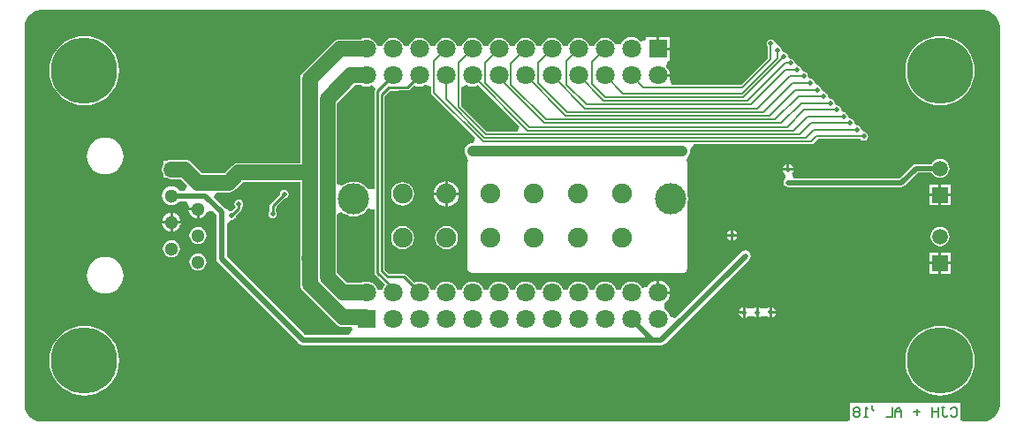
<source format=gbl>
G04*
G04 #@! TF.GenerationSoftware,Altium Limited,Altium Designer,18.0.11 (651)*
G04*
G04 Layer_Physical_Order=2*
G04 Layer_Color=16711680*
%FSLAX25Y25*%
%MOIN*%
G70*
G01*
G75*
%ADD13C,0.01000*%
%ADD16C,0.00700*%
%ADD35C,0.02000*%
%ADD36C,0.00800*%
%ADD37C,0.06000*%
%ADD38C,0.25000*%
%ADD39C,0.05118*%
%ADD40R,0.05118X0.05118*%
%ADD41C,0.07087*%
%ADD42R,0.07087X0.07087*%
%ADD43C,0.11811*%
%ADD44C,0.07480*%
%ADD45C,0.05906*%
%ADD46R,0.05906X0.05906*%
%ADD47C,0.02000*%
%ADD48C,0.03600*%
%ADD49C,0.04000*%
%ADD50C,0.04000*%
G36*
X179165Y77457D02*
X180412Y76941D01*
X181535Y76190D01*
X182490Y75236D01*
X183240Y74113D01*
X183756Y72865D01*
X184020Y71541D01*
Y70866D01*
Y-70866D01*
Y-71541D01*
X183756Y-72865D01*
X183240Y-74113D01*
X182490Y-75236D01*
X181535Y-76190D01*
X180412Y-76941D01*
X179165Y-77457D01*
X177840Y-77721D01*
X170910D01*
X169147Y-77147D01*
X169147Y-75721D01*
Y-70465D01*
X127477D01*
Y-75721D01*
X127477Y-77147D01*
X125714Y-77721D01*
X-177840D01*
X-179165Y-77457D01*
X-180412Y-76941D01*
X-181535Y-76190D01*
X-182490Y-75236D01*
X-183240Y-74113D01*
X-183756Y-72865D01*
X-184020Y-71541D01*
Y-70866D01*
Y70866D01*
Y71541D01*
X-183756Y72865D01*
X-183240Y74113D01*
X-182490Y75236D01*
X-181535Y76190D01*
X-180412Y76941D01*
X-179165Y77457D01*
X-177840Y77721D01*
X177840D01*
X179165Y77457D01*
D02*
G37*
%LPC*%
G36*
X45000Y67496D02*
X43814Y67340D01*
X42709Y66882D01*
X41760Y66154D01*
X41031Y65205D01*
X40866Y64805D01*
X38726Y64745D01*
X38619Y65003D01*
X37955Y65868D01*
X37089Y66533D01*
X36082Y66950D01*
X35000Y67092D01*
X33918Y66950D01*
X32910Y66533D01*
X32045Y65868D01*
X31381Y65003D01*
X31032Y64161D01*
X30617Y63995D01*
X29383D01*
X28968Y64161D01*
X28619Y65003D01*
X27955Y65868D01*
X27090Y66533D01*
X26082Y66950D01*
X25000Y67092D01*
X23918Y66950D01*
X22910Y66533D01*
X22045Y65868D01*
X21381Y65003D01*
X21032Y64161D01*
X20617Y63995D01*
X19383D01*
X18968Y64161D01*
X18619Y65003D01*
X17955Y65868D01*
X17089Y66533D01*
X16082Y66950D01*
X15000Y67092D01*
X13918Y66950D01*
X12911Y66533D01*
X12045Y65868D01*
X11381Y65003D01*
X11032Y64161D01*
X10617Y63995D01*
X9383D01*
X8968Y64161D01*
X8619Y65003D01*
X7955Y65868D01*
X7090Y66533D01*
X6082Y66950D01*
X5000Y67092D01*
X3918Y66950D01*
X2911Y66533D01*
X2045Y65868D01*
X1381Y65003D01*
X1032Y64161D01*
X617Y63995D01*
X-617D01*
X-1032Y64161D01*
X-1381Y65003D01*
X-2045Y65868D01*
X-2911Y66533D01*
X-3918Y66950D01*
X-5000Y67092D01*
X-6082Y66950D01*
X-7090Y66533D01*
X-7955Y65868D01*
X-8619Y65003D01*
X-8968Y64161D01*
X-9383Y63995D01*
X-10617D01*
X-11032Y64161D01*
X-11381Y65003D01*
X-12045Y65868D01*
X-12911Y66533D01*
X-13918Y66950D01*
X-15000Y67092D01*
X-16082Y66950D01*
X-17089Y66533D01*
X-17955Y65868D01*
X-18619Y65003D01*
X-18968Y64161D01*
X-19383Y63995D01*
X-20617D01*
X-21032Y64161D01*
X-21381Y65003D01*
X-22045Y65868D01*
X-22910Y66533D01*
X-23918Y66950D01*
X-25000Y67092D01*
X-26082Y66950D01*
X-27090Y66533D01*
X-27955Y65868D01*
X-28619Y65003D01*
X-28968Y64161D01*
X-29383Y63995D01*
X-30617D01*
X-31032Y64161D01*
X-31381Y65003D01*
X-32045Y65868D01*
X-32910Y66533D01*
X-33918Y66950D01*
X-35000Y67092D01*
X-36082Y66950D01*
X-37089Y66533D01*
X-37955Y65868D01*
X-38619Y65003D01*
X-38968Y64161D01*
X-39383Y63995D01*
X-40617D01*
X-41032Y64161D01*
X-41381Y65003D01*
X-42045Y65868D01*
X-42911Y66533D01*
X-43918Y66950D01*
X-45000Y67092D01*
X-46082Y66950D01*
X-47089Y66533D01*
X-47955Y65868D01*
X-48619Y65003D01*
X-48968Y64161D01*
X-49383Y63995D01*
X-50617D01*
X-51032Y64161D01*
X-51381Y65003D01*
X-52045Y65868D01*
X-52911Y66533D01*
X-53918Y66950D01*
X-55000Y67092D01*
X-56082Y66950D01*
X-57061Y66544D01*
X-64953D01*
X-65892Y66421D01*
X-66768Y66058D01*
X-67520Y65481D01*
X-78865Y54136D01*
X-79442Y53384D01*
X-79805Y52509D01*
X-79928Y51569D01*
Y19886D01*
X-103138D01*
X-104078Y19762D01*
X-104953Y19399D01*
X-105705Y18822D01*
X-108401Y16127D01*
X-117039D01*
X-120976Y20064D01*
X-121728Y20641D01*
X-122603Y21003D01*
X-123543Y21127D01*
X-128543D01*
X-129483Y21003D01*
X-130324Y20655D01*
X-131702D01*
Y19277D01*
X-132051Y18436D01*
X-132174Y17496D01*
X-132051Y16556D01*
X-131702Y15715D01*
Y14337D01*
X-130324D01*
X-129483Y13989D01*
X-128543Y13865D01*
X-125047D01*
X-122718Y11535D01*
X-123546Y9535D01*
X-125622D01*
X-126005Y10034D01*
X-126748Y10605D01*
X-127614Y10964D01*
X-128543Y11086D01*
X-129472Y10964D01*
X-130338Y10605D01*
X-131082Y10034D01*
X-131652Y9291D01*
X-132011Y8425D01*
X-132133Y7496D01*
X-132011Y6567D01*
X-131652Y5701D01*
X-131082Y4958D01*
X-130338Y4387D01*
X-129472Y4029D01*
X-128543Y3906D01*
X-127614Y4029D01*
X-126748Y4387D01*
X-126005Y4958D01*
X-125622Y5457D01*
X-123253D01*
X-122997Y5270D01*
X-121998Y3457D01*
X-122011Y3425D01*
X-122067Y2996D01*
X-118543D01*
Y2496D01*
X-118043D01*
Y-1028D01*
X-117614Y-971D01*
X-116748Y-613D01*
X-116005Y-42D01*
X-115435Y701D01*
X-115214Y1234D01*
X-114090Y1711D01*
X-113019Y1868D01*
X-111653Y501D01*
Y-16252D01*
X-111497Y-17033D01*
X-111056Y-17694D01*
X-80444Y-48306D01*
X-79782Y-48748D01*
X-79002Y-48903D01*
X56271D01*
X57051Y-48748D01*
X57713Y-48306D01*
X89442Y-16577D01*
X89884Y-15915D01*
X90039Y-15135D01*
X89884Y-14354D01*
X89442Y-13693D01*
X88780Y-13251D01*
X88000Y-13095D01*
X87220Y-13251D01*
X86558Y-13693D01*
X61562Y-38689D01*
X59450Y-37972D01*
X59426Y-37790D01*
X58969Y-36685D01*
X58240Y-35736D01*
X57377Y-35074D01*
X57291Y-34500D01*
Y-33453D01*
X57377Y-32879D01*
X58240Y-32217D01*
X58969Y-31268D01*
X59426Y-30162D01*
X59517Y-29476D01*
X55000D01*
Y-28976D01*
X54500D01*
Y-24460D01*
X53814Y-24550D01*
X52709Y-25008D01*
X51760Y-25736D01*
X51031Y-26685D01*
X50866Y-27085D01*
X48726Y-27145D01*
X48619Y-26887D01*
X47955Y-26021D01*
X47089Y-25357D01*
X46082Y-24940D01*
X45000Y-24797D01*
X43918Y-24940D01*
X42911Y-25357D01*
X42045Y-26021D01*
X41381Y-26887D01*
X41032Y-27729D01*
X40617Y-27895D01*
X39383D01*
X38968Y-27729D01*
X38619Y-26887D01*
X37955Y-26021D01*
X37089Y-25357D01*
X36082Y-24940D01*
X35000Y-24797D01*
X33918Y-24940D01*
X32910Y-25357D01*
X32045Y-26021D01*
X31381Y-26887D01*
X31032Y-27729D01*
X30617Y-27895D01*
X29383D01*
X28968Y-27729D01*
X28619Y-26887D01*
X27955Y-26021D01*
X27090Y-25357D01*
X26082Y-24940D01*
X25000Y-24797D01*
X23918Y-24940D01*
X22910Y-25357D01*
X22045Y-26021D01*
X21381Y-26887D01*
X21032Y-27729D01*
X20617Y-27895D01*
X19383D01*
X18968Y-27729D01*
X18619Y-26887D01*
X17955Y-26021D01*
X17089Y-25357D01*
X16082Y-24940D01*
X15000Y-24797D01*
X13918Y-24940D01*
X12911Y-25357D01*
X12045Y-26021D01*
X11381Y-26887D01*
X11032Y-27729D01*
X10617Y-27895D01*
X9383D01*
X8968Y-27729D01*
X8619Y-26887D01*
X7955Y-26021D01*
X7090Y-25357D01*
X6082Y-24940D01*
X5000Y-24797D01*
X3918Y-24940D01*
X2911Y-25357D01*
X2045Y-26021D01*
X1381Y-26887D01*
X1032Y-27729D01*
X617Y-27895D01*
X-617D01*
X-1032Y-27729D01*
X-1381Y-26887D01*
X-2045Y-26021D01*
X-2911Y-25357D01*
X-3918Y-24940D01*
X-5000Y-24797D01*
X-6082Y-24940D01*
X-7090Y-25357D01*
X-7955Y-26021D01*
X-8619Y-26887D01*
X-8968Y-27729D01*
X-9383Y-27895D01*
X-10617D01*
X-11032Y-27729D01*
X-11381Y-26887D01*
X-12045Y-26021D01*
X-12911Y-25357D01*
X-13918Y-24940D01*
X-15000Y-24797D01*
X-16082Y-24940D01*
X-17089Y-25357D01*
X-17955Y-26021D01*
X-18619Y-26887D01*
X-18968Y-27729D01*
X-19383Y-27895D01*
X-20617D01*
X-21032Y-27729D01*
X-21381Y-26887D01*
X-22045Y-26021D01*
X-22910Y-25357D01*
X-23918Y-24940D01*
X-25000Y-24797D01*
X-26082Y-24940D01*
X-27090Y-25357D01*
X-27955Y-26021D01*
X-28619Y-26887D01*
X-28968Y-27729D01*
X-29383Y-27895D01*
X-30617D01*
X-31032Y-27729D01*
X-31381Y-26887D01*
X-32045Y-26021D01*
X-32910Y-25357D01*
X-33918Y-24940D01*
X-35000Y-24797D01*
X-36082Y-24940D01*
X-37050Y-25341D01*
X-40092Y-22298D01*
X-40456Y-22055D01*
X-40885Y-21970D01*
X-40885Y-21970D01*
X-46572D01*
X-48103Y-20439D01*
Y45111D01*
X-46066Y47148D01*
X-43077D01*
X-43077Y47148D01*
X-42677Y47228D01*
X-39564D01*
X-39564Y47228D01*
X-39135Y47313D01*
X-38771Y47556D01*
X-37050Y49278D01*
X-36082Y48877D01*
X-35000Y48734D01*
X-33918Y48877D01*
X-32910Y49294D01*
X-32614Y49522D01*
X-30786Y48808D01*
X-30614Y48651D01*
Y46527D01*
X-30537Y46137D01*
X-30316Y45807D01*
X-13792Y29283D01*
X-14558Y27435D01*
X-14921D01*
X-15704Y27332D01*
X-16434Y27030D01*
X-17061Y26549D01*
X-17542Y25922D01*
X-17844Y25193D01*
X-17947Y24409D01*
X-17844Y23626D01*
X-17542Y22896D01*
X-17061Y22270D01*
X-16589Y20800D01*
X-16889Y20077D01*
Y19686D01*
Y-19686D01*
Y-20077D01*
X-16589Y-20801D01*
X-16036Y-21354D01*
X-15313Y-21654D01*
X64565D01*
X65288Y-21354D01*
X65842Y-20800D01*
X66142Y-20077D01*
Y-19685D01*
Y4654D01*
X66254Y5024D01*
X66379Y6299D01*
X66254Y7575D01*
X66142Y7944D01*
Y20077D01*
X65901Y20983D01*
X66313Y22270D01*
X66794Y22896D01*
X67096Y23626D01*
X67199Y24409D01*
X67134Y24907D01*
X67350Y25520D01*
X68405Y26884D01*
X68443Y26907D01*
X112915D01*
X113305Y26984D01*
X113636Y27206D01*
X115349Y28918D01*
X131416D01*
X131505Y28784D01*
X131505Y28784D01*
X131879Y28535D01*
X132034Y28431D01*
X132034Y28431D01*
X132659Y28306D01*
X133283Y28431D01*
X133283D01*
X133812Y28784D01*
X133812Y28784D01*
X134166Y29313D01*
X134275Y29862D01*
X134280Y29889D01*
D01*
X134290Y29938D01*
X134270Y30039D01*
X134166Y30562D01*
X133812Y31091D01*
X133439Y31341D01*
X133283Y31445D01*
X133283Y31445D01*
X133283D01*
X131705Y32527D01*
X131524Y33121D01*
X131170Y33650D01*
X130797Y33900D01*
X130641Y34004D01*
X130641D01*
X129981Y34164D01*
X129170Y35001D01*
X129026Y35645D01*
X128673Y36175D01*
X128299Y36424D01*
X128143Y36528D01*
X128143Y36528D01*
X127519Y36652D01*
X126699Y37359D01*
X126547Y38008D01*
X126193Y38537D01*
X125820Y38787D01*
X125664Y38891D01*
X125664D01*
X124970Y39090D01*
X124170Y39959D01*
X124020Y40612D01*
X123666Y41141D01*
X123293Y41390D01*
X123137Y41495D01*
X123137D01*
X122472Y41660D01*
X121661Y42501D01*
X121515Y43148D01*
X121161Y43677D01*
X120788Y43927D01*
X120632Y44031D01*
X120632D01*
X119972Y44189D01*
X119126Y45007D01*
X118947Y45684D01*
X118593Y46214D01*
X118220Y46463D01*
X118064Y46567D01*
X118064Y46567D01*
X117726Y46635D01*
X116506Y48062D01*
X116506Y48062D01*
X116152Y48592D01*
X115779Y48841D01*
X115623Y48945D01*
X115623Y48945D01*
X114127Y50103D01*
X114001Y50694D01*
X113647Y51223D01*
X113274Y51473D01*
X113118Y51577D01*
X113118D01*
X112376Y51844D01*
X111606Y52776D01*
X111472Y53382D01*
X111465Y53420D01*
X111111Y53949D01*
X110738Y54199D01*
X110582Y54303D01*
X110582Y54303D01*
X109958Y54427D01*
X109181Y54931D01*
X109023Y55576D01*
X109023Y55576D01*
X109023Y55576D01*
X108670Y56105D01*
Y56106D01*
X108141Y56459D01*
X106645Y57617D01*
X106519Y58208D01*
X106165Y58737D01*
X105792Y58987D01*
X105636Y59091D01*
X105636Y59091D01*
X105012Y59215D01*
X104175Y59961D01*
X104014Y60617D01*
Y60617D01*
X103661Y61146D01*
X103131Y61500D01*
X102469Y61663D01*
X101645Y62495D01*
X101488Y63152D01*
Y63152D01*
X101135Y63681D01*
X100605Y64035D01*
X100296Y64096D01*
X99082Y65558D01*
X98729Y66087D01*
X98199Y66441D01*
X98199Y66441D01*
X97759Y66528D01*
X97575Y66565D01*
X97527Y66555D01*
X97527Y66555D01*
X97520Y66554D01*
X96951Y66441D01*
X96422Y66087D01*
X96172Y65714D01*
X96068Y65558D01*
X96068Y65558D01*
X96031Y65374D01*
X95944Y64934D01*
X96068Y64309D01*
X96422Y63780D01*
X96422Y63780D01*
X96556Y63691D01*
Y59443D01*
X86502Y49390D01*
X60544D01*
X60211Y49650D01*
X59286Y51390D01*
X59426Y51727D01*
X59517Y52413D01*
X55000D01*
Y53413D01*
X59517D01*
X59426Y54099D01*
X58969Y55205D01*
X58240Y56154D01*
X57958Y56370D01*
X58637Y58370D01*
X59543D01*
Y62413D01*
X55000D01*
Y62913D01*
X54500D01*
Y67457D01*
X50457D01*
Y66551D01*
X48457Y65872D01*
X48240Y66154D01*
X47291Y66882D01*
X46186Y67340D01*
X45000Y67496D01*
D02*
G37*
G36*
X59543Y67457D02*
X55500D01*
Y63413D01*
X59543D01*
Y67457D01*
D02*
G37*
G36*
X161417Y67865D02*
X159362Y67703D01*
X157357Y67222D01*
X155452Y66433D01*
X153693Y65355D01*
X152126Y64016D01*
X150786Y62448D01*
X149709Y60690D01*
X148920Y58785D01*
X148439Y56780D01*
X148277Y54724D01*
X148439Y52669D01*
X148920Y50664D01*
X149709Y48759D01*
X150786Y47001D01*
X152126Y45433D01*
X153693Y44093D01*
X155452Y43016D01*
X157357Y42227D01*
X159362Y41746D01*
X161417Y41584D01*
X163473Y41746D01*
X165478Y42227D01*
X167383Y43016D01*
X169141Y44093D01*
X170709Y45433D01*
X172048Y47001D01*
X173126Y48759D01*
X173915Y50664D01*
X174396Y52669D01*
X174558Y54724D01*
X174396Y56780D01*
X173915Y58785D01*
X173126Y60690D01*
X172048Y62448D01*
X170709Y64016D01*
X169141Y65355D01*
X167383Y66433D01*
X165478Y67222D01*
X163473Y67703D01*
X161417Y67865D01*
D02*
G37*
G36*
X-161417D02*
X-163473Y67703D01*
X-165478Y67222D01*
X-167383Y66433D01*
X-169141Y65355D01*
X-170709Y64016D01*
X-172048Y62448D01*
X-173126Y60690D01*
X-173915Y58785D01*
X-174396Y56780D01*
X-174558Y54724D01*
X-174396Y52669D01*
X-173915Y50664D01*
X-173126Y48759D01*
X-172048Y47001D01*
X-170709Y45433D01*
X-169141Y44093D01*
X-167383Y43016D01*
X-165478Y42227D01*
X-163473Y41746D01*
X-161417Y41584D01*
X-159362Y41746D01*
X-157357Y42227D01*
X-155452Y43016D01*
X-153693Y44093D01*
X-152126Y45433D01*
X-150786Y47001D01*
X-149709Y48759D01*
X-148920Y50664D01*
X-148439Y52669D01*
X-148277Y54724D01*
X-148439Y56780D01*
X-148920Y58785D01*
X-149709Y60690D01*
X-150786Y62448D01*
X-152126Y64016D01*
X-153693Y65355D01*
X-155452Y66433D01*
X-157357Y67222D01*
X-159362Y67703D01*
X-161417Y67865D01*
D02*
G37*
G36*
X104587Y19440D02*
Y18000D01*
X106027D01*
X105971Y18280D01*
X105529Y18942D01*
X104868Y19384D01*
X104587Y19440D01*
D02*
G37*
G36*
X103587D02*
X103307Y19384D01*
X102645Y18942D01*
X102203Y18280D01*
X102148Y18000D01*
X103587D01*
Y19440D01*
D02*
G37*
G36*
X-153543Y29436D02*
X-154896Y29303D01*
X-156196Y28909D01*
X-157395Y28268D01*
X-158445Y27406D01*
X-159308Y26355D01*
X-159948Y25157D01*
X-160343Y23856D01*
X-160476Y22504D01*
X-160343Y21151D01*
X-159948Y19851D01*
X-159308Y18652D01*
X-158445Y17602D01*
X-157395Y16740D01*
X-156196Y16099D01*
X-154896Y15705D01*
X-153543Y15571D01*
X-152191Y15705D01*
X-150890Y16099D01*
X-149692Y16740D01*
X-148641Y17602D01*
X-147779Y18652D01*
X-147138Y19851D01*
X-146744Y21151D01*
X-146611Y22504D01*
X-146744Y23856D01*
X-147138Y25157D01*
X-147779Y26355D01*
X-148641Y27406D01*
X-149692Y28268D01*
X-150890Y28909D01*
X-152191Y29303D01*
X-153543Y29436D01*
D02*
G37*
G36*
X161417Y21457D02*
X160490Y21335D01*
X159626Y20977D01*
X158884Y20408D01*
X158314Y19666D01*
X158248Y19505D01*
X152309D01*
X151684Y19381D01*
X151155Y19028D01*
X146259Y14131D01*
X106246D01*
X105664Y15696D01*
X105578Y16131D01*
X105971Y16720D01*
X106027Y17000D01*
X102148D01*
X102203Y16720D01*
X102645Y16058D01*
X102922Y15874D01*
X103037Y15471D01*
X103077Y14436D01*
X102925Y13654D01*
X102572Y13124D01*
X102447Y12500D01*
X102572Y11876D01*
X102925Y11347D01*
X103454Y10993D01*
X104079Y10869D01*
X146935D01*
X147559Y10993D01*
X148088Y11347D01*
X152984Y16243D01*
X158248D01*
X158314Y16082D01*
X158884Y15340D01*
X159626Y14771D01*
X160490Y14413D01*
X161417Y14291D01*
X162345Y14413D01*
X163209Y14771D01*
X163951Y15340D01*
X164521Y16082D01*
X164879Y16947D01*
X165001Y17874D01*
X164879Y18801D01*
X164521Y19666D01*
X163951Y20408D01*
X163209Y20977D01*
X162345Y21335D01*
X161417Y21457D01*
D02*
G37*
G36*
X-24303Y12983D02*
Y8768D01*
X-20088D01*
X-20185Y9505D01*
X-20663Y10658D01*
X-21422Y11648D01*
X-22413Y12408D01*
X-23566Y12886D01*
X-24303Y12983D01*
D02*
G37*
G36*
X-25303D02*
X-26041Y12886D01*
X-27194Y12408D01*
X-28184Y11648D01*
X-28944Y10658D01*
X-29421Y9505D01*
X-29518Y8768D01*
X-25303D01*
Y12983D01*
D02*
G37*
G36*
X165370Y11827D02*
X161917D01*
Y8374D01*
X165370D01*
Y11827D01*
D02*
G37*
G36*
X160917D02*
X157465D01*
Y8374D01*
X160917D01*
Y11827D01*
D02*
G37*
G36*
X165370Y7374D02*
X161917D01*
Y3921D01*
X165370D01*
Y7374D01*
D02*
G37*
G36*
X160917D02*
X157465D01*
Y3921D01*
X160917D01*
Y7374D01*
D02*
G37*
G36*
X-41339Y12645D02*
X-42472Y12496D01*
X-43527Y12059D01*
X-44434Y11363D01*
X-45130Y10457D01*
X-45567Y9401D01*
X-45716Y8268D01*
X-45567Y7135D01*
X-45130Y6079D01*
X-44434Y5172D01*
X-43527Y4477D01*
X-42472Y4039D01*
X-41339Y3890D01*
X-40206Y4039D01*
X-39150Y4477D01*
X-38243Y5172D01*
X-37547Y6079D01*
X-37110Y7135D01*
X-36961Y8268D01*
X-37110Y9401D01*
X-37547Y10457D01*
X-38243Y11363D01*
X-39150Y12059D01*
X-40206Y12496D01*
X-41339Y12645D01*
D02*
G37*
G36*
X-20088Y7768D02*
X-24303D01*
Y3553D01*
X-23566Y3650D01*
X-22413Y4127D01*
X-21422Y4887D01*
X-20663Y5877D01*
X-20185Y7030D01*
X-20088Y7768D01*
D02*
G37*
G36*
X-25303D02*
X-29518D01*
X-29421Y7030D01*
X-28944Y5877D01*
X-28184Y4887D01*
X-27194Y4127D01*
X-26041Y3650D01*
X-25303Y3553D01*
Y7768D01*
D02*
G37*
G36*
X-119043Y1996D02*
X-122067D01*
X-122011Y1567D01*
X-121652Y701D01*
X-121082Y-42D01*
X-120338Y-613D01*
X-119472Y-971D01*
X-119043Y-1028D01*
Y1996D01*
D02*
G37*
G36*
X-128043Y1020D02*
Y-2004D01*
X-125019D01*
X-125076Y-1575D01*
X-125435Y-709D01*
X-126005Y34D01*
X-126748Y605D01*
X-127614Y963D01*
X-128043Y1020D01*
D02*
G37*
G36*
X-129043D02*
X-129472Y963D01*
X-130338Y605D01*
X-131082Y34D01*
X-131652Y-709D01*
X-132011Y-1575D01*
X-132067Y-2004D01*
X-129043D01*
Y1020D01*
D02*
G37*
G36*
Y-3004D02*
X-132067D01*
X-132011Y-3433D01*
X-131652Y-4299D01*
X-131082Y-5042D01*
X-130338Y-5613D01*
X-129472Y-5971D01*
X-129043Y-6028D01*
Y-3004D01*
D02*
G37*
G36*
X-125019D02*
X-128043D01*
Y-6028D01*
X-127614Y-5971D01*
X-126748Y-5613D01*
X-126005Y-5042D01*
X-125435Y-4299D01*
X-125076Y-3433D01*
X-125019Y-3004D01*
D02*
G37*
G36*
X83500Y-5465D02*
Y-6904D01*
X84940D01*
X84884Y-6624D01*
X84442Y-5962D01*
X83780Y-5520D01*
X83500Y-5465D01*
D02*
G37*
G36*
X82500D02*
X82220Y-5520D01*
X81558Y-5962D01*
X81116Y-6624D01*
X81060Y-6904D01*
X82500D01*
Y-5465D01*
D02*
G37*
G36*
X84940Y-7904D02*
X83500D01*
Y-9344D01*
X83780Y-9288D01*
X84442Y-8846D01*
X84884Y-8185D01*
X84940Y-7904D01*
D02*
G37*
G36*
X82500D02*
X81060D01*
X81116Y-8185D01*
X81558Y-8846D01*
X82220Y-9288D01*
X82500Y-9344D01*
Y-7904D01*
D02*
G37*
G36*
X-118543Y-4318D02*
X-119368Y-4426D01*
X-120136Y-4744D01*
X-120796Y-5251D01*
X-121303Y-5911D01*
X-121621Y-6679D01*
X-121730Y-7504D01*
X-121621Y-8329D01*
X-121303Y-9097D01*
X-120796Y-9757D01*
X-120136Y-10263D01*
X-119368Y-10582D01*
X-118543Y-10690D01*
X-117719Y-10582D01*
X-116950Y-10263D01*
X-116290Y-9757D01*
X-115784Y-9097D01*
X-115466Y-8329D01*
X-115357Y-7504D01*
X-115466Y-6679D01*
X-115784Y-5911D01*
X-116290Y-5251D01*
X-116950Y-4744D01*
X-117719Y-4426D01*
X-118543Y-4318D01*
D02*
G37*
G36*
X161417Y-4291D02*
X160490Y-4413D01*
X159626Y-4771D01*
X158884Y-5340D01*
X158314Y-6082D01*
X157956Y-6947D01*
X157834Y-7874D01*
X157956Y-8801D01*
X158314Y-9666D01*
X158884Y-10408D01*
X159626Y-10977D01*
X160490Y-11335D01*
X161417Y-11457D01*
X162345Y-11335D01*
X163209Y-10977D01*
X163951Y-10408D01*
X164521Y-9666D01*
X164879Y-8801D01*
X165001Y-7874D01*
X164879Y-6947D01*
X164521Y-6082D01*
X163951Y-5340D01*
X163209Y-4771D01*
X162345Y-4413D01*
X161417Y-4291D01*
D02*
G37*
G36*
X-24803Y-3890D02*
X-25936Y-4039D01*
X-26992Y-4477D01*
X-27899Y-5172D01*
X-28594Y-6079D01*
X-29032Y-7135D01*
X-29181Y-8268D01*
X-29032Y-9401D01*
X-28594Y-10457D01*
X-27899Y-11363D01*
X-26992Y-12059D01*
X-25936Y-12496D01*
X-24803Y-12645D01*
X-23670Y-12496D01*
X-22614Y-12059D01*
X-21708Y-11363D01*
X-21012Y-10457D01*
X-20575Y-9401D01*
X-20426Y-8268D01*
X-20575Y-7135D01*
X-21012Y-6079D01*
X-21708Y-5172D01*
X-22614Y-4477D01*
X-23670Y-4039D01*
X-24803Y-3890D01*
D02*
G37*
G36*
X-41339D02*
X-42472Y-4039D01*
X-43527Y-4477D01*
X-44434Y-5172D01*
X-45130Y-6079D01*
X-45567Y-7135D01*
X-45716Y-8268D01*
X-45567Y-9401D01*
X-45130Y-10457D01*
X-44434Y-11363D01*
X-43527Y-12059D01*
X-42472Y-12496D01*
X-41339Y-12645D01*
X-40206Y-12496D01*
X-39150Y-12059D01*
X-38243Y-11363D01*
X-37547Y-10457D01*
X-37110Y-9401D01*
X-36961Y-8268D01*
X-37110Y-7135D01*
X-37547Y-6079D01*
X-38243Y-5172D01*
X-39150Y-4477D01*
X-40206Y-4039D01*
X-41339Y-3890D01*
D02*
G37*
G36*
X-128543Y-9318D02*
X-129368Y-9426D01*
X-130137Y-9745D01*
X-130796Y-10251D01*
X-131303Y-10911D01*
X-131621Y-11679D01*
X-131730Y-12504D01*
X-131621Y-13329D01*
X-131303Y-14097D01*
X-130796Y-14757D01*
X-130137Y-15263D01*
X-129368Y-15582D01*
X-128543Y-15690D01*
X-127719Y-15582D01*
X-126950Y-15263D01*
X-126290Y-14757D01*
X-125784Y-14097D01*
X-125466Y-13329D01*
X-125357Y-12504D01*
X-125466Y-11679D01*
X-125784Y-10911D01*
X-126290Y-10251D01*
X-126950Y-9745D01*
X-127719Y-9426D01*
X-128543Y-9318D01*
D02*
G37*
G36*
X165370Y-13921D02*
X161917D01*
Y-17374D01*
X165370D01*
Y-13921D01*
D02*
G37*
G36*
X160917D02*
X157465D01*
Y-17374D01*
X160917D01*
Y-13921D01*
D02*
G37*
G36*
X-118543Y-14318D02*
X-119368Y-14426D01*
X-120136Y-14744D01*
X-120796Y-15251D01*
X-121303Y-15911D01*
X-121621Y-16679D01*
X-121730Y-17504D01*
X-121621Y-18329D01*
X-121303Y-19097D01*
X-120796Y-19757D01*
X-120136Y-20263D01*
X-119368Y-20582D01*
X-118543Y-20690D01*
X-117719Y-20582D01*
X-116950Y-20263D01*
X-116290Y-19757D01*
X-115784Y-19097D01*
X-115466Y-18329D01*
X-115357Y-17504D01*
X-115466Y-16679D01*
X-115784Y-15911D01*
X-116290Y-15251D01*
X-116950Y-14744D01*
X-117719Y-14426D01*
X-118543Y-14318D01*
D02*
G37*
G36*
X165370Y-18374D02*
X161917D01*
Y-21827D01*
X165370D01*
Y-18374D01*
D02*
G37*
G36*
X160917D02*
X157465D01*
Y-21827D01*
X160917D01*
Y-18374D01*
D02*
G37*
G36*
X55500Y-24460D02*
Y-28476D01*
X59517D01*
X59426Y-27790D01*
X58969Y-26685D01*
X58240Y-25736D01*
X57291Y-25008D01*
X56186Y-24550D01*
X55500Y-24460D01*
D02*
G37*
G36*
X-153543Y-15571D02*
X-154896Y-15705D01*
X-156196Y-16099D01*
X-157395Y-16740D01*
X-158445Y-17602D01*
X-159308Y-18652D01*
X-159948Y-19851D01*
X-160343Y-21151D01*
X-160476Y-22504D01*
X-160343Y-23856D01*
X-159948Y-25157D01*
X-159308Y-26355D01*
X-158445Y-27406D01*
X-157395Y-28268D01*
X-156196Y-28909D01*
X-154896Y-29303D01*
X-153543Y-29436D01*
X-152191Y-29303D01*
X-150890Y-28909D01*
X-149692Y-28268D01*
X-148641Y-27406D01*
X-147779Y-26355D01*
X-147138Y-25157D01*
X-146744Y-23856D01*
X-146611Y-22504D01*
X-146744Y-21151D01*
X-147138Y-19851D01*
X-147779Y-18652D01*
X-148641Y-17602D01*
X-149692Y-16740D01*
X-150890Y-16099D01*
X-152191Y-15705D01*
X-153543Y-15571D01*
D02*
G37*
G36*
X97000Y-34481D02*
X96720Y-34537D01*
X96119Y-34938D01*
X96023Y-34980D01*
X94009Y-35025D01*
X93847Y-34963D01*
X93280Y-34584D01*
X93000Y-34528D01*
Y-36468D01*
Y-38408D01*
X93280Y-38352D01*
X93881Y-37951D01*
X93977Y-37909D01*
X95991Y-37864D01*
X96153Y-37927D01*
X96720Y-38305D01*
X97000Y-38361D01*
Y-36421D01*
Y-34481D01*
D02*
G37*
G36*
X92000Y-34528D02*
X91720Y-34584D01*
X91119Y-34986D01*
X91023Y-35027D01*
X89009Y-35072D01*
X88847Y-35010D01*
X88280Y-34631D01*
X88000Y-34576D01*
Y-36516D01*
Y-38455D01*
X88280Y-38399D01*
X88881Y-37998D01*
X88977Y-37957D01*
X90991Y-37912D01*
X91153Y-37974D01*
X91720Y-38352D01*
X92000Y-38408D01*
Y-36468D01*
Y-34528D01*
D02*
G37*
G36*
X98000Y-34481D02*
Y-35921D01*
X99440D01*
X99384Y-35641D01*
X98942Y-34979D01*
X98280Y-34537D01*
X98000Y-34481D01*
D02*
G37*
G36*
X87000Y-34576D02*
X86720Y-34631D01*
X86058Y-35074D01*
X85616Y-35735D01*
X85560Y-36015D01*
X87000D01*
Y-34576D01*
D02*
G37*
G36*
X99440Y-36921D02*
X98000D01*
Y-38361D01*
X98280Y-38305D01*
X98942Y-37863D01*
X99384Y-37201D01*
X99440Y-36921D01*
D02*
G37*
G36*
X87000Y-37016D02*
X85560D01*
X85616Y-37296D01*
X86058Y-37957D01*
X86720Y-38399D01*
X87000Y-38455D01*
Y-37016D01*
D02*
G37*
G36*
X161417Y-41584D02*
X159362Y-41746D01*
X157357Y-42227D01*
X155452Y-43016D01*
X153693Y-44093D01*
X152126Y-45433D01*
X150786Y-47001D01*
X149709Y-48759D01*
X148920Y-50664D01*
X148439Y-52669D01*
X148277Y-54724D01*
X148439Y-56780D01*
X148920Y-58785D01*
X149709Y-60690D01*
X150786Y-62448D01*
X152126Y-64016D01*
X153693Y-65355D01*
X155452Y-66433D01*
X157357Y-67222D01*
X159362Y-67703D01*
X161417Y-67865D01*
X163473Y-67703D01*
X165478Y-67222D01*
X167383Y-66433D01*
X169141Y-65355D01*
X170709Y-64016D01*
X172048Y-62448D01*
X173126Y-60690D01*
X173915Y-58785D01*
X174396Y-56780D01*
X174558Y-54724D01*
X174396Y-52669D01*
X173915Y-50664D01*
X173126Y-48759D01*
X172048Y-47001D01*
X170709Y-45433D01*
X169141Y-44093D01*
X167383Y-43016D01*
X165478Y-42227D01*
X163473Y-41746D01*
X161417Y-41584D01*
D02*
G37*
G36*
X-161417D02*
X-163473Y-41746D01*
X-165478Y-42227D01*
X-167383Y-43016D01*
X-169141Y-44093D01*
X-170709Y-45433D01*
X-172048Y-47001D01*
X-173126Y-48759D01*
X-173915Y-50664D01*
X-174396Y-52669D01*
X-174558Y-54724D01*
X-174396Y-56780D01*
X-173915Y-58785D01*
X-173126Y-60690D01*
X-172048Y-62448D01*
X-170709Y-64016D01*
X-169141Y-65355D01*
X-167383Y-66433D01*
X-165478Y-67222D01*
X-163473Y-67703D01*
X-161417Y-67865D01*
X-159362Y-67703D01*
X-157357Y-67222D01*
X-155452Y-66433D01*
X-153693Y-65355D01*
X-152126Y-64016D01*
X-150786Y-62448D01*
X-149709Y-60690D01*
X-148920Y-58785D01*
X-148439Y-56780D01*
X-148277Y-54724D01*
X-148439Y-52669D01*
X-148920Y-50664D01*
X-149709Y-48759D01*
X-150786Y-47001D01*
X-152126Y-45433D01*
X-153693Y-44093D01*
X-155452Y-43016D01*
X-157357Y-42227D01*
X-159362Y-41746D01*
X-161417Y-41584D01*
D02*
G37*
%LPD*%
G36*
X2878Y33594D02*
X2112Y31746D01*
X-9411D01*
X-19122Y41456D01*
Y48333D01*
X-17122Y49319D01*
X-17089Y49294D01*
X-16082Y48877D01*
X-15000Y48734D01*
X-13918Y48877D01*
X-12911Y49294D01*
X-12861Y49332D01*
X2878Y33594D01*
D02*
G37*
G36*
X-51617Y47882D02*
X-51860Y47518D01*
X-51946Y47089D01*
X-51946Y47089D01*
Y10331D01*
X-52242Y10123D01*
X-54407Y9931D01*
X-55220Y10922D01*
X-56211Y11734D01*
X-57341Y12339D01*
X-58567Y12711D01*
X-59842Y12836D01*
X-61118Y12711D01*
X-62344Y12339D01*
X-63474Y11734D01*
X-64066Y11249D01*
X-65452Y11662D01*
X-66066Y12123D01*
Y42471D01*
X-59255Y49282D01*
X-57061D01*
X-56082Y48877D01*
X-55000Y48734D01*
X-53918Y48877D01*
X-52911Y49294D01*
X-51617Y47882D01*
D02*
G37*
G36*
X-52242Y2475D02*
X-51946Y2267D01*
Y-21592D01*
X-51946Y-21592D01*
X-51860Y-22021D01*
X-51617Y-22385D01*
X-47966Y-26036D01*
X-48619Y-26887D01*
X-48968Y-27729D01*
X-49383Y-27895D01*
X-50617D01*
X-51032Y-27729D01*
X-51381Y-26887D01*
X-52045Y-26021D01*
X-52911Y-25357D01*
X-53918Y-24940D01*
X-55000Y-24797D01*
X-56082Y-24940D01*
X-57061Y-25345D01*
X-62353D01*
X-66066Y-21632D01*
Y476D01*
X-65452Y936D01*
X-64066Y1350D01*
X-63474Y864D01*
X-62344Y260D01*
X-61118Y-112D01*
X-59842Y-238D01*
X-58567Y-112D01*
X-57341Y260D01*
X-56211Y864D01*
X-55220Y1677D01*
X-54407Y2667D01*
X-52242Y2475D01*
D02*
G37*
G36*
X-79928Y6130D02*
X-79852Y5552D01*
X-79928Y4974D01*
Y-15082D01*
X-80043Y-15952D01*
Y-16357D01*
X-79928Y-17227D01*
Y-25870D01*
X-79805Y-26810D01*
X-79442Y-27686D01*
X-78865Y-28438D01*
X-66304Y-40998D01*
X-66304Y-40998D01*
X-65552Y-41575D01*
X-64677Y-41938D01*
X-63737Y-42062D01*
X-60705D01*
X-60696Y-42068D01*
X-60256Y-42825D01*
X-61406Y-44825D01*
X-78157D01*
X-107574Y-15408D01*
Y-3068D01*
X-107300Y-2681D01*
X-105793Y-1560D01*
X-105574Y-1517D01*
X-105169Y-1436D01*
X-105169Y-1436D01*
X-104640Y-1082D01*
X-104286Y-553D01*
X-104162Y71D01*
X-104162Y71D01*
X-104169Y109D01*
X-102370Y1909D01*
X-102370Y1909D01*
X-102127Y2272D01*
X-102041Y2702D01*
X-102041Y2702D01*
Y3240D01*
X-102009Y3261D01*
X-101656Y3790D01*
X-101532Y4415D01*
X-101656Y5039D01*
X-101905Y5412D01*
X-102009Y5568D01*
X-102009D01*
X-102497Y5894D01*
X-102539Y5922D01*
X-102539D01*
X-103163Y6046D01*
X-103163Y6046D01*
X-103787Y5922D01*
X-104161Y5672D01*
X-104316Y5568D01*
X-104316Y5568D01*
X-104670Y5039D01*
X-104794Y4415D01*
X-104794Y4415D01*
X-104758Y4231D01*
X-104670Y3790D01*
X-104670Y3790D01*
X-104316Y3261D01*
X-105598Y1853D01*
X-105630Y1821D01*
X-106432Y1843D01*
X-107028Y1974D01*
X-108064Y2646D01*
X-108148Y2753D01*
X-108172Y2788D01*
X-112401Y7017D01*
X-111635Y8865D01*
X-106897D01*
X-105957Y8989D01*
X-105081Y9352D01*
X-104329Y9928D01*
X-101634Y12624D01*
X-79928D01*
Y6130D01*
D02*
G37*
%LPC*%
G36*
X-85998Y9754D02*
X-86622Y9630D01*
X-87152Y9276D01*
X-87505Y8747D01*
X-87629Y8122D01*
X-87622Y8085D01*
X-91162Y4545D01*
X-91405Y4181D01*
X-91490Y3752D01*
X-91490Y3752D01*
Y1835D01*
X-91522Y1814D01*
X-91876Y1285D01*
X-92000Y660D01*
X-91876Y36D01*
X-91522Y-493D01*
X-91034Y-819D01*
X-90993Y-847D01*
X-90993D01*
X-90368Y-971D01*
X-90368Y-971D01*
X-89744Y-847D01*
X-89744Y-847D01*
X-89371Y-597D01*
X-89215Y-493D01*
X-89215Y-493D01*
X-88861Y36D01*
X-88737Y660D01*
X-88737Y660D01*
X-88774Y844D01*
X-88861Y1285D01*
X-88861Y1285D01*
X-89215Y1814D01*
X-88887Y3648D01*
X-86036Y6499D01*
X-85998Y6491D01*
X-85374Y6615D01*
X-84844Y6969D01*
X-84491Y7498D01*
X-84367Y8122D01*
X-84491Y8747D01*
X-84844Y9276D01*
X-85374Y9630D01*
X-85998Y9754D01*
D02*
G37*
%LPD*%
D13*
X-50824Y47089D02*
X-45000Y52913D01*
X-50824Y-21592D02*
Y47089D01*
Y-21592D02*
X-45000Y-27416D01*
X-49224Y45576D02*
X-46530Y48270D01*
X-49224Y-20903D02*
Y45576D01*
Y-20903D02*
X-47036Y-23091D01*
X-45000Y-28976D02*
Y-27416D01*
X-47036Y-23091D02*
X-40885D01*
X-39564Y48350D02*
X-35000Y52913D01*
X-42997Y48350D02*
X-39564D01*
X-43077Y48270D02*
X-42997Y48350D01*
X-46530Y48270D02*
X-43077D01*
X-40885Y-23091D02*
X-35000Y-28976D01*
X-90368Y3752D02*
X-85998Y8122D01*
X-90368Y660D02*
Y3752D01*
X-105793Y71D02*
X-103163Y2702D01*
Y4415D01*
D16*
X165515Y-72931D02*
X166098Y-72348D01*
X167264D01*
X167847Y-72931D01*
Y-75264D01*
X167264Y-75847D01*
X166098D01*
X165515Y-75264D01*
X162016Y-72348D02*
X163182D01*
X162599D01*
Y-75264D01*
X163182Y-75847D01*
X163765D01*
X164348Y-75264D01*
X160850Y-72348D02*
Y-75847D01*
Y-74097D01*
X158517D01*
Y-72348D01*
Y-75847D01*
X153852Y-74097D02*
X151519D01*
X152685Y-72931D02*
Y-75264D01*
X146854Y-75847D02*
Y-73514D01*
X145688Y-72348D01*
X144521Y-73514D01*
Y-75847D01*
Y-74097D01*
X146854D01*
X143355Y-72348D02*
Y-75847D01*
X141023D01*
X135774Y-71765D02*
Y-72931D01*
X136357Y-73514D01*
X134025Y-75847D02*
X132859D01*
X133442D01*
Y-72348D01*
X134025Y-72931D01*
X131109D02*
X130526Y-72348D01*
X129360D01*
X128777Y-72931D01*
Y-73514D01*
X129360Y-74097D01*
X128777Y-74680D01*
Y-75264D01*
X129360Y-75847D01*
X130526D01*
X131109Y-75264D01*
Y-74680D01*
X130526Y-74097D01*
X131109Y-73514D01*
Y-72931D01*
X130526Y-74097D02*
X129360D01*
D35*
X152309Y17874D02*
X161417D01*
X146935Y12500D02*
X152309Y17874D01*
X104079Y12500D02*
X146935D01*
X45000Y-38976D02*
X52888Y-46864D01*
X56271D01*
X-79002D02*
X52888D01*
X-109614Y-16252D02*
Y1346D01*
X-115763Y7496D02*
X-109614Y1346D01*
X-128543Y7496D02*
X-115763D01*
X-109614Y-16252D02*
X-79002Y-46864D01*
X56271D02*
X88000Y-15135D01*
D36*
X97575Y59021D02*
Y64934D01*
X86924Y48370D02*
X97575Y59021D01*
X49543Y48370D02*
X86924D01*
X99981Y59447D02*
Y62528D01*
X86660Y46126D02*
X99981Y59447D01*
X41787Y46126D02*
X86660D01*
X87240Y44726D02*
X102507Y59993D01*
X35167Y44726D02*
X87240D01*
X114927Y29938D02*
X132659D01*
X112915Y27926D02*
X114927Y29938D01*
X113825Y32497D02*
X130017D01*
X103130Y57583D02*
X105012D01*
X88873Y43326D02*
X103130Y57583D01*
X34587Y43326D02*
X88873D01*
X105642Y50069D02*
X112494D01*
X104692Y52796D02*
X109958D01*
X103171Y54952D02*
X107516D01*
X94700Y39126D02*
X105642Y50069D01*
X92423Y40526D02*
X104692Y52796D01*
X90146Y41926D02*
X103171Y54952D01*
X27387Y40526D02*
X92423D01*
X20767Y39126D02*
X94700D01*
X106688Y47438D02*
X114999D01*
X96977Y37726D02*
X106688Y47438D01*
X107987Y45060D02*
X117440D01*
X99253Y36326D02*
X107987Y45060D01*
X12685Y36326D02*
X99253D01*
X109128Y42524D02*
X120008D01*
X101530Y34926D02*
X109128Y42524D01*
X110268Y39987D02*
X122513D01*
X103807Y33526D02*
X110268Y39987D01*
X106084Y32126D02*
X111342Y37384D01*
X5787Y32126D02*
X106084D01*
X111342Y37384D02*
X125039D01*
X108361Y30726D02*
X112656Y35021D01*
X-9834Y30726D02*
X108361D01*
X112656Y35021D02*
X127519D01*
X113817Y32505D02*
X113825Y32497D01*
X110638Y29326D02*
X113817Y32505D01*
X45000Y52913D02*
X49543Y48370D01*
X35000Y52913D02*
X41787Y46126D01*
X30005Y57919D02*
X35000Y62913D01*
X25000Y52913D02*
X34587Y43326D01*
X20415Y58328D02*
X25000Y62913D01*
X20187Y37726D02*
X96977D01*
X5000Y52913D02*
X20187Y37726D01*
X15000Y52913D02*
X27387Y40526D01*
X9796Y57710D02*
X15000Y62913D01*
X9796Y50097D02*
Y57710D01*
Y50097D02*
X20767Y39126D01*
X-457Y57457D02*
X5000Y62913D01*
X-5000Y52031D02*
Y52913D01*
Y52031D02*
X12105Y34926D01*
X101530D01*
X-10251Y57662D02*
X-5000Y62913D01*
X-15000Y52913D02*
X5787Y32126D01*
X-20141Y57772D02*
X-15000Y62913D01*
X-29595Y46527D02*
Y58319D01*
X-25000Y62913D01*
X-29595Y46527D02*
X-10994Y27926D01*
X112915D01*
X-25000Y43913D02*
Y52913D01*
Y43913D02*
X-10414Y29326D01*
X110638D01*
X-10251Y50145D02*
Y57662D01*
Y50145D02*
X6367Y33526D01*
X103807D01*
X-457Y49468D02*
Y57457D01*
Y49468D02*
X12685Y36326D01*
X20415Y49479D02*
Y58328D01*
Y49479D02*
X27967Y41926D01*
X90146D01*
X30005Y49888D02*
Y57919D01*
Y49888D02*
X35167Y44726D01*
X-20141Y41034D02*
Y57772D01*
Y41034D02*
X-9834Y30726D01*
D37*
X-76297Y16130D02*
Y51569D01*
Y6130D02*
Y16130D01*
X-76422Y16255D02*
X-76297Y16130D01*
X-103138Y16255D02*
X-76422D01*
X-106897Y12496D02*
X-103138Y16255D01*
X-118543Y12496D02*
X-106897D01*
X-76297Y-25870D02*
Y-16357D01*
Y-15952D02*
Y4974D01*
X-123543Y17496D02*
X-118543Y12496D01*
X-128543Y17496D02*
X-123543D01*
X-76297Y51569D02*
X-64953Y62913D01*
X-76412Y-16357D02*
Y-15952D01*
X-69697Y-23136D02*
Y43975D01*
Y-23136D02*
X-63857Y-28976D01*
X-69697Y43975D02*
X-60759Y52913D01*
X-63857Y-28976D02*
X-55000D01*
X-76297Y-25870D02*
X-63737Y-38431D01*
X-60759Y52913D02*
X-55000D01*
X-64953Y62913D02*
X-55000D01*
X-63737Y-38431D02*
X-55546D01*
X-55000Y-38976D01*
D38*
X161417Y-54724D02*
D03*
X-161417D02*
D03*
X161417Y54724D02*
D03*
X-161417D02*
D03*
D39*
X-118543Y-17504D02*
D03*
X-128543Y-12504D02*
D03*
X-118543Y-7504D02*
D03*
X-128543Y-2504D02*
D03*
X-118543Y2496D02*
D03*
X-128543Y7496D02*
D03*
X-118543Y12496D02*
D03*
D40*
X-128543Y17496D02*
D03*
D41*
X55000Y-28976D02*
D03*
X45000D02*
D03*
X35000D02*
D03*
X25000D02*
D03*
X15000D02*
D03*
X5000D02*
D03*
X-5000D02*
D03*
X-15000D02*
D03*
X-25000D02*
D03*
X-35000D02*
D03*
X-45000D02*
D03*
X-55000D02*
D03*
X55000Y-38976D02*
D03*
X45000D02*
D03*
X35000D02*
D03*
X25000D02*
D03*
X15000D02*
D03*
X5000D02*
D03*
X-5000D02*
D03*
X-15000D02*
D03*
X-25000D02*
D03*
X-35000D02*
D03*
X-45000D02*
D03*
X45000Y62913D02*
D03*
X35000D02*
D03*
X25000D02*
D03*
X15000D02*
D03*
X5000D02*
D03*
X-5000D02*
D03*
X-15000D02*
D03*
X-25000D02*
D03*
X-35000D02*
D03*
X-45000D02*
D03*
X-55000D02*
D03*
X55000Y52913D02*
D03*
X45000D02*
D03*
X35000D02*
D03*
X25000D02*
D03*
X15000D02*
D03*
X5000D02*
D03*
X-5000D02*
D03*
X-15000D02*
D03*
X-25000D02*
D03*
X-35000D02*
D03*
X-45000D02*
D03*
X-55000D02*
D03*
D42*
Y-38976D02*
D03*
X55000Y62913D02*
D03*
D43*
X-59842Y6299D02*
D03*
X59842D02*
D03*
D44*
X41339Y8268D02*
D03*
X24803D02*
D03*
X8268D02*
D03*
X-8268D02*
D03*
X-24803D02*
D03*
X-41339D02*
D03*
X41339Y-8268D02*
D03*
X24803D02*
D03*
X8268D02*
D03*
X-8268D02*
D03*
X-24803D02*
D03*
X-41339D02*
D03*
D45*
X161417Y17874D02*
D03*
Y-7874D02*
D03*
D46*
Y7874D02*
D03*
Y-17874D02*
D03*
D47*
X176250Y71000D02*
D03*
Y46000D02*
D03*
X170000Y33500D02*
D03*
X176250Y21000D02*
D03*
X170000Y8500D02*
D03*
X176250Y-4000D02*
D03*
X170000Y-16500D02*
D03*
X176250Y-29000D02*
D03*
X170000Y-41500D02*
D03*
X176250Y-54000D02*
D03*
X170000Y-66500D02*
D03*
X163750Y71000D02*
D03*
X157500Y33500D02*
D03*
X163750Y-29000D02*
D03*
X151250Y71000D02*
D03*
X145000Y58500D02*
D03*
Y33500D02*
D03*
X151250Y21000D02*
D03*
Y-4000D02*
D03*
Y-29000D02*
D03*
X145000Y-66500D02*
D03*
X138750Y71000D02*
D03*
X132500Y58500D02*
D03*
X138750Y46000D02*
D03*
X132500Y33500D02*
D03*
X138750Y21000D02*
D03*
X132500Y8500D02*
D03*
Y-16500D02*
D03*
Y-66500D02*
D03*
X126250Y71000D02*
D03*
X120000Y58500D02*
D03*
X126250Y46000D02*
D03*
X113750Y71000D02*
D03*
X107500Y58500D02*
D03*
X101250Y71000D02*
D03*
Y-4000D02*
D03*
X95000Y-16500D02*
D03*
X88750Y71000D02*
D03*
X82500Y58500D02*
D03*
X76250Y71000D02*
D03*
X70000Y58500D02*
D03*
X76250Y-4000D02*
D03*
X70000Y-16500D02*
D03*
X63750Y71000D02*
D03*
Y-29000D02*
D03*
X51250Y71000D02*
D03*
X38750D02*
D03*
X26250D02*
D03*
X13750D02*
D03*
X1250D02*
D03*
X-5000Y33500D02*
D03*
X-11250Y71000D02*
D03*
Y46000D02*
D03*
X-30000Y33500D02*
D03*
X-23750Y21000D02*
D03*
X-36250Y71000D02*
D03*
Y46000D02*
D03*
X-42500Y33500D02*
D03*
X-36250Y21000D02*
D03*
Y-4000D02*
D03*
Y-54000D02*
D03*
X-48750Y71000D02*
D03*
X-55000Y33500D02*
D03*
X-48750Y-54000D02*
D03*
X-61250Y71000D02*
D03*
Y21000D02*
D03*
Y-4000D02*
D03*
X-67500Y-66500D02*
D03*
X-73750Y71000D02*
D03*
X-80000Y58500D02*
D03*
Y-41500D02*
D03*
X-73750Y-54000D02*
D03*
X-80000Y-66500D02*
D03*
X-86250Y71000D02*
D03*
X-92500Y58500D02*
D03*
X-86250Y46000D02*
D03*
X-92500Y33500D02*
D03*
X-86250Y21000D02*
D03*
X-92500Y-16500D02*
D03*
X-86250Y-29000D02*
D03*
X-92500Y-41500D02*
D03*
X-86250Y-54000D02*
D03*
X-92500Y-66500D02*
D03*
X-98750Y71000D02*
D03*
X-105000Y58500D02*
D03*
Y33500D02*
D03*
Y-16500D02*
D03*
Y-41500D02*
D03*
X-98750Y-54000D02*
D03*
X-105000Y-66500D02*
D03*
X-111250Y71000D02*
D03*
X-117500Y58500D02*
D03*
X-111250Y46000D02*
D03*
X-117500Y33500D02*
D03*
X-111250Y21000D02*
D03*
Y-29000D02*
D03*
X-117500Y-41500D02*
D03*
X-111250Y-54000D02*
D03*
X-117500Y-66500D02*
D03*
X-123750Y71000D02*
D03*
X-130000Y58500D02*
D03*
X-123750Y46000D02*
D03*
X-130000Y33500D02*
D03*
X-123750Y-4000D02*
D03*
X-130000Y-16500D02*
D03*
X-123750Y-29000D02*
D03*
X-130000Y-41500D02*
D03*
X-123750Y-54000D02*
D03*
X-130000Y-66500D02*
D03*
X-136250Y71000D02*
D03*
X-142500Y58500D02*
D03*
X-136250Y46000D02*
D03*
X-142500Y33500D02*
D03*
X-136250Y21000D02*
D03*
X-142500Y8500D02*
D03*
X-136250Y-4000D02*
D03*
X-142500Y-16500D02*
D03*
X-136250Y-29000D02*
D03*
X-142500Y-41500D02*
D03*
X-136250Y-54000D02*
D03*
X-142500Y-66500D02*
D03*
X-148750Y71000D02*
D03*
Y46000D02*
D03*
X-155000Y33500D02*
D03*
Y8500D02*
D03*
X-148750Y-4000D02*
D03*
Y-29000D02*
D03*
X-155000Y-41500D02*
D03*
X-161250Y71000D02*
D03*
X-167500Y33500D02*
D03*
Y8500D02*
D03*
X-161250Y-4000D02*
D03*
X-167500Y-16500D02*
D03*
X-161250Y-29000D02*
D03*
X-167500Y-41500D02*
D03*
X-173750Y71000D02*
D03*
X-180000Y58500D02*
D03*
X-173750Y46000D02*
D03*
X-180000Y33500D02*
D03*
X-173750Y21000D02*
D03*
X-180000Y8500D02*
D03*
X-173750Y-4000D02*
D03*
X-180000Y-16500D02*
D03*
X-173750Y-29000D02*
D03*
X-180000Y-41500D02*
D03*
Y-66500D02*
D03*
X104079Y12500D02*
D03*
X104087Y17500D02*
D03*
X87500Y-36516D02*
D03*
X97500Y-36421D02*
D03*
X92500Y-36468D02*
D03*
X88000Y-15135D02*
D03*
X83000Y-7404D02*
D03*
X132659Y29938D02*
D03*
X130017Y32497D02*
D03*
X99981Y62528D02*
D03*
X97575Y64934D02*
D03*
X112494Y50069D02*
D03*
X109958Y52796D02*
D03*
X107516Y54952D02*
D03*
X102507Y59993D02*
D03*
X105012Y57583D02*
D03*
X114999Y47438D02*
D03*
X117440Y45060D02*
D03*
X120008Y42524D02*
D03*
X122513Y39987D02*
D03*
X125039Y37384D02*
D03*
X127519Y35021D02*
D03*
X-85998Y8122D02*
D03*
X-90368Y660D02*
D03*
X-105793Y71D02*
D03*
X-103163Y4415D02*
D03*
D48*
X-76412Y-16357D02*
D03*
D49*
X64173Y24409D02*
D03*
D50*
X-14921D02*
X64165D01*
M02*

</source>
